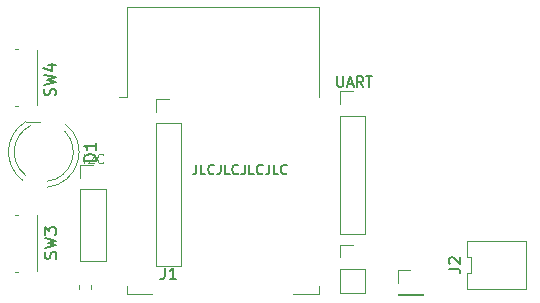
<source format=gbr>
%TF.GenerationSoftware,KiCad,Pcbnew,(5.1.6-0-10_14)*%
%TF.CreationDate,2020-10-08T00:08:50+03:00*%
%TF.ProjectId,ikea-fyrtur,696b6561-2d66-4797-9274-75722e6b6963,rev?*%
%TF.SameCoordinates,Original*%
%TF.FileFunction,Legend,Top*%
%TF.FilePolarity,Positive*%
%FSLAX46Y46*%
G04 Gerber Fmt 4.6, Leading zero omitted, Abs format (unit mm)*
G04 Created by KiCad (PCBNEW (5.1.6-0-10_14)) date 2020-10-08 00:08:50*
%MOMM*%
%LPD*%
G01*
G04 APERTURE LIST*
%ADD10C,0.120000*%
%ADD11C,0.160000*%
%ADD12C,0.150000*%
G04 APERTURE END LIST*
D10*
X97618647Y-85553504D02*
X97618647Y-84753504D01*
X97961504Y-84829695D02*
X97999600Y-84791600D01*
X98075790Y-84753504D01*
X98266266Y-84753504D01*
X98342457Y-84791600D01*
X98380552Y-84829695D01*
X98418647Y-84905885D01*
X98418647Y-84982076D01*
X98380552Y-85096361D01*
X97923409Y-85553504D01*
X98418647Y-85553504D01*
X99218647Y-85477314D02*
X99180552Y-85515409D01*
X99066266Y-85553504D01*
X98990076Y-85553504D01*
X98875790Y-85515409D01*
X98799600Y-85439219D01*
X98761504Y-85363028D01*
X98723409Y-85210647D01*
X98723409Y-85096361D01*
X98761504Y-84943980D01*
X98799600Y-84867790D01*
X98875790Y-84791600D01*
X98990076Y-84753504D01*
X99066266Y-84753504D01*
X99180552Y-84791600D01*
X99218647Y-84829695D01*
D11*
X119011085Y-78196342D02*
X119011085Y-78924914D01*
X119053942Y-79010628D01*
X119096800Y-79053485D01*
X119182514Y-79096342D01*
X119353942Y-79096342D01*
X119439657Y-79053485D01*
X119482514Y-79010628D01*
X119525371Y-78924914D01*
X119525371Y-78196342D01*
X119911085Y-78839200D02*
X120339657Y-78839200D01*
X119825371Y-79096342D02*
X120125371Y-78196342D01*
X120425371Y-79096342D01*
X121239657Y-79096342D02*
X120939657Y-78667771D01*
X120725371Y-79096342D02*
X120725371Y-78196342D01*
X121068228Y-78196342D01*
X121153942Y-78239200D01*
X121196800Y-78282057D01*
X121239657Y-78367771D01*
X121239657Y-78496342D01*
X121196800Y-78582057D01*
X121153942Y-78624914D01*
X121068228Y-78667771D01*
X120725371Y-78667771D01*
X121496800Y-78196342D02*
X122011085Y-78196342D01*
X121753942Y-79096342D02*
X121753942Y-78196342D01*
D12*
X107099561Y-85667904D02*
X107099561Y-86239333D01*
X107061466Y-86353619D01*
X106985276Y-86429809D01*
X106870990Y-86467904D01*
X106794800Y-86467904D01*
X107861466Y-86467904D02*
X107480514Y-86467904D01*
X107480514Y-85667904D01*
X108585276Y-86391714D02*
X108547180Y-86429809D01*
X108432895Y-86467904D01*
X108356704Y-86467904D01*
X108242419Y-86429809D01*
X108166228Y-86353619D01*
X108128133Y-86277428D01*
X108090038Y-86125047D01*
X108090038Y-86010761D01*
X108128133Y-85858380D01*
X108166228Y-85782190D01*
X108242419Y-85706000D01*
X108356704Y-85667904D01*
X108432895Y-85667904D01*
X108547180Y-85706000D01*
X108585276Y-85744095D01*
X109156704Y-85667904D02*
X109156704Y-86239333D01*
X109118609Y-86353619D01*
X109042419Y-86429809D01*
X108928133Y-86467904D01*
X108851942Y-86467904D01*
X109918609Y-86467904D02*
X109537657Y-86467904D01*
X109537657Y-85667904D01*
X110642419Y-86391714D02*
X110604323Y-86429809D01*
X110490038Y-86467904D01*
X110413847Y-86467904D01*
X110299561Y-86429809D01*
X110223371Y-86353619D01*
X110185276Y-86277428D01*
X110147180Y-86125047D01*
X110147180Y-86010761D01*
X110185276Y-85858380D01*
X110223371Y-85782190D01*
X110299561Y-85706000D01*
X110413847Y-85667904D01*
X110490038Y-85667904D01*
X110604323Y-85706000D01*
X110642419Y-85744095D01*
X111213847Y-85667904D02*
X111213847Y-86239333D01*
X111175752Y-86353619D01*
X111099561Y-86429809D01*
X110985276Y-86467904D01*
X110909085Y-86467904D01*
X111975752Y-86467904D02*
X111594800Y-86467904D01*
X111594800Y-85667904D01*
X112699561Y-86391714D02*
X112661466Y-86429809D01*
X112547180Y-86467904D01*
X112470990Y-86467904D01*
X112356704Y-86429809D01*
X112280514Y-86353619D01*
X112242419Y-86277428D01*
X112204323Y-86125047D01*
X112204323Y-86010761D01*
X112242419Y-85858380D01*
X112280514Y-85782190D01*
X112356704Y-85706000D01*
X112470990Y-85667904D01*
X112547180Y-85667904D01*
X112661466Y-85706000D01*
X112699561Y-85744095D01*
X113270990Y-85667904D02*
X113270990Y-86239333D01*
X113232895Y-86353619D01*
X113156704Y-86429809D01*
X113042419Y-86467904D01*
X112966228Y-86467904D01*
X114032895Y-86467904D02*
X113651942Y-86467904D01*
X113651942Y-85667904D01*
X114756704Y-86391714D02*
X114718609Y-86429809D01*
X114604323Y-86467904D01*
X114528133Y-86467904D01*
X114413847Y-86429809D01*
X114337657Y-86353619D01*
X114299561Y-86277428D01*
X114261466Y-86125047D01*
X114261466Y-86010761D01*
X114299561Y-85858380D01*
X114337657Y-85782190D01*
X114413847Y-85706000D01*
X114528133Y-85667904D01*
X114604323Y-85667904D01*
X114718609Y-85706000D01*
X114756704Y-85744095D01*
D10*
%TO.C,SW4*%
X93599000Y-75945000D02*
X93599000Y-80645000D01*
X91990000Y-80708500D02*
X91706700Y-80708500D01*
X91960700Y-75882500D02*
X91715500Y-75882500D01*
%TO.C,SW3*%
X93599000Y-89978500D02*
X93599000Y-94678500D01*
X91990000Y-94742000D02*
X91706700Y-94742000D01*
X91960700Y-89916000D02*
X91715500Y-89916000D01*
%TO.C,J2*%
X130004500Y-94853833D02*
X130004500Y-96220499D01*
X130364500Y-94853833D02*
X130004500Y-94853833D01*
X130364500Y-93487167D02*
X130364500Y-94853833D01*
X130004500Y-93487167D02*
X130364500Y-93487167D01*
X130004500Y-92120500D02*
X130004500Y-93487167D01*
X135044500Y-92120501D02*
X130004500Y-92120500D01*
X135044500Y-96220500D02*
X135044500Y-92120501D01*
X130004500Y-96220499D02*
X135044500Y-96220500D01*
%TO.C,D1*%
X93884012Y-82047400D02*
X92638200Y-82047400D01*
X94469621Y-87087490D02*
G75*
G03*
X95961199Y-82854801I-286421J2480090D01*
G01*
X94441416Y-87584236D02*
G75*
G03*
X95983200Y-82222400I-258216J2976836D01*
G01*
X92388313Y-86998734D02*
G75*
G02*
X92638370Y-82047400I1794887J2391334D01*
G01*
X92630144Y-86566486D02*
G75*
G02*
X93103200Y-82352716I1553056J1959086D01*
G01*
%TO.C,J8*%
X124162000Y-94596400D02*
X125222000Y-94596400D01*
X124162000Y-95656400D02*
X124162000Y-94596400D01*
X124162000Y-96656400D02*
X126282000Y-96656400D01*
X126282000Y-96656400D02*
X126282000Y-96716400D01*
X124162000Y-96656400D02*
X124162000Y-96716400D01*
X124162000Y-96716400D02*
X126282000Y-96716400D01*
%TO.C,J6*%
X97288800Y-85706400D02*
X98348800Y-85706400D01*
X97288800Y-86766400D02*
X97288800Y-85706400D01*
X97288800Y-87766400D02*
X99408800Y-87766400D01*
X99408800Y-87766400D02*
X99408800Y-93826400D01*
X97288800Y-87766400D02*
X97288800Y-93826400D01*
X97288800Y-93826400D02*
X99408800Y-93826400D01*
%TO.C,J5*%
X119285200Y-92462800D02*
X120345200Y-92462800D01*
X119285200Y-93522800D02*
X119285200Y-92462800D01*
X119285200Y-94522800D02*
X121405200Y-94522800D01*
X121405200Y-94522800D02*
X121405200Y-96582800D01*
X119285200Y-94522800D02*
X119285200Y-96582800D01*
X119285200Y-96582800D02*
X121405200Y-96582800D01*
%TO.C,J4*%
X119285200Y-79458000D02*
X120345200Y-79458000D01*
X119285200Y-80518000D02*
X119285200Y-79458000D01*
X119285200Y-81518000D02*
X121405200Y-81518000D01*
X121405200Y-81518000D02*
X121405200Y-91578000D01*
X119285200Y-81518000D02*
X119285200Y-91578000D01*
X119285200Y-91578000D02*
X121405200Y-91578000D01*
%TO.C,C4*%
X97127600Y-95891533D02*
X97127600Y-96234067D01*
X98147600Y-95891533D02*
X98147600Y-96234067D01*
%TO.C,J1*%
X103689600Y-80118400D02*
X104749600Y-80118400D01*
X103689600Y-81178400D02*
X103689600Y-80118400D01*
X103689600Y-82178400D02*
X105809600Y-82178400D01*
X105809600Y-82178400D02*
X105809600Y-94238400D01*
X103689600Y-82178400D02*
X103689600Y-94238400D01*
X103689600Y-94238400D02*
X105809600Y-94238400D01*
%TO.C,U2*%
X101201600Y-79980400D02*
X100591600Y-79980400D01*
X101201600Y-79980400D02*
X101201600Y-72360400D01*
X101201600Y-96600400D02*
X101201600Y-95980400D01*
X103321600Y-96600400D02*
X101201600Y-96600400D01*
X117441600Y-96600400D02*
X115321600Y-96600400D01*
X117441600Y-95980400D02*
X117441600Y-96600400D01*
X117441600Y-72360400D02*
X117441600Y-79980400D01*
X101201600Y-72360400D02*
X117441600Y-72360400D01*
%TO.C,SW4*%
D12*
X95146761Y-79819333D02*
X95194380Y-79676476D01*
X95194380Y-79438380D01*
X95146761Y-79343142D01*
X95099142Y-79295523D01*
X95003904Y-79247904D01*
X94908666Y-79247904D01*
X94813428Y-79295523D01*
X94765809Y-79343142D01*
X94718190Y-79438380D01*
X94670571Y-79628857D01*
X94622952Y-79724095D01*
X94575333Y-79771714D01*
X94480095Y-79819333D01*
X94384857Y-79819333D01*
X94289619Y-79771714D01*
X94242000Y-79724095D01*
X94194380Y-79628857D01*
X94194380Y-79390761D01*
X94242000Y-79247904D01*
X94194380Y-78914571D02*
X95194380Y-78676476D01*
X94480095Y-78486000D01*
X95194380Y-78295523D01*
X94194380Y-78057428D01*
X94527714Y-77247904D02*
X95194380Y-77247904D01*
X94146761Y-77486000D02*
X94861047Y-77724095D01*
X94861047Y-77105047D01*
%TO.C,SW3*%
X95197561Y-93636933D02*
X95245180Y-93494076D01*
X95245180Y-93255980D01*
X95197561Y-93160742D01*
X95149942Y-93113123D01*
X95054704Y-93065504D01*
X94959466Y-93065504D01*
X94864228Y-93113123D01*
X94816609Y-93160742D01*
X94768990Y-93255980D01*
X94721371Y-93446457D01*
X94673752Y-93541695D01*
X94626133Y-93589314D01*
X94530895Y-93636933D01*
X94435657Y-93636933D01*
X94340419Y-93589314D01*
X94292800Y-93541695D01*
X94245180Y-93446457D01*
X94245180Y-93208361D01*
X94292800Y-93065504D01*
X94245180Y-92732171D02*
X95245180Y-92494076D01*
X94530895Y-92303600D01*
X95245180Y-92113123D01*
X94245180Y-91875028D01*
X94245180Y-91589314D02*
X94245180Y-90970266D01*
X94626133Y-91303600D01*
X94626133Y-91160742D01*
X94673752Y-91065504D01*
X94721371Y-91017885D01*
X94816609Y-90970266D01*
X95054704Y-90970266D01*
X95149942Y-91017885D01*
X95197561Y-91065504D01*
X95245180Y-91160742D01*
X95245180Y-91446457D01*
X95197561Y-91541695D01*
X95149942Y-91589314D01*
%TO.C,J2*%
X128456880Y-94503833D02*
X129171166Y-94503833D01*
X129314023Y-94551452D01*
X129409261Y-94646690D01*
X129456880Y-94789547D01*
X129456880Y-94884785D01*
X128552119Y-94075261D02*
X128504500Y-94027642D01*
X128456880Y-93932404D01*
X128456880Y-93694309D01*
X128504500Y-93599071D01*
X128552119Y-93551452D01*
X128647357Y-93503833D01*
X128742595Y-93503833D01*
X128885452Y-93551452D01*
X129456880Y-94122880D01*
X129456880Y-93503833D01*
%TO.C,D1*%
X98595580Y-85345495D02*
X97595580Y-85345495D01*
X97595580Y-85107400D01*
X97643200Y-84964542D01*
X97738438Y-84869304D01*
X97833676Y-84821685D01*
X98024152Y-84774066D01*
X98167009Y-84774066D01*
X98357485Y-84821685D01*
X98452723Y-84869304D01*
X98547961Y-84964542D01*
X98595580Y-85107400D01*
X98595580Y-85345495D01*
X98595580Y-83821685D02*
X98595580Y-84393114D01*
X98595580Y-84107400D02*
X97595580Y-84107400D01*
X97738438Y-84202638D01*
X97833676Y-84297876D01*
X97881295Y-84393114D01*
%TO.C,J1*%
X104416266Y-94397580D02*
X104416266Y-95111866D01*
X104368647Y-95254723D01*
X104273409Y-95349961D01*
X104130552Y-95397580D01*
X104035314Y-95397580D01*
X105416266Y-95397580D02*
X104844838Y-95397580D01*
X105130552Y-95397580D02*
X105130552Y-94397580D01*
X105035314Y-94540438D01*
X104940076Y-94635676D01*
X104844838Y-94683295D01*
%TD*%
M02*

</source>
